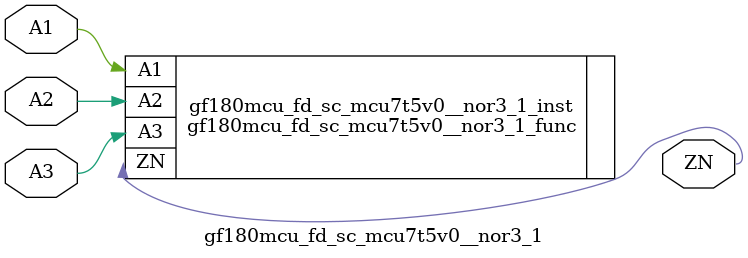
<source format=v>

module gf180mcu_fd_sc_mcu7t5v0__nor3_1( A3, ZN, A2, A1 );
input A1, A2, A3;
output ZN;

   `ifdef FUNCTIONAL  //  functional //

	gf180mcu_fd_sc_mcu7t5v0__nor3_1_func gf180mcu_fd_sc_mcu7t5v0__nor3_1_behav_inst(.A3(A3),.ZN(ZN),.A2(A2),.A1(A1));

   `else

	gf180mcu_fd_sc_mcu7t5v0__nor3_1_func gf180mcu_fd_sc_mcu7t5v0__nor3_1_inst(.A3(A3),.ZN(ZN),.A2(A2),.A1(A1));

	// spec_gates_begin


	// spec_gates_end



   specify

	// specify_block_begin

	// comb arc A1 --> ZN
	 (A1 => ZN) = (1.0,1.0);

	// comb arc A2 --> ZN
	 (A2 => ZN) = (1.0,1.0);

	// comb arc A3 --> ZN
	 (A3 => ZN) = (1.0,1.0);

	// specify_block_end

   endspecify

   `endif

endmodule

</source>
